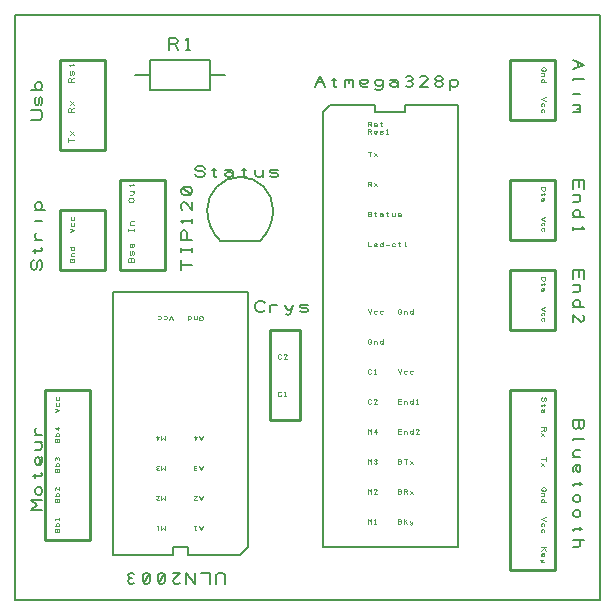
<source format=gbr>
%FSLAX35Y35*%
%MOIN*%
G04 EasyPC Gerber Version 18.0.8 Build 3632 *
%ADD10C,0.00100*%
%ADD11C,0.00500*%
%ADD12C,0.01000*%
X0Y0D02*
D02*
D10*
X14046Y23546D02*
X14171Y23796D01*
X14421Y23921*
X14671Y23796*
X14796Y23546*
Y22671*
X13296*
Y23546*
X13421Y23796*
X13671Y23921*
X13921Y23796*
X14046Y23546*
Y22671*
X14421Y24671D02*
X14671Y24796D01*
X14796Y25046*
Y25296*
X14671Y25546*
X14421Y25671*
X14171*
X13921Y25546*
X13796Y25296*
Y25046*
X13921Y24796*
X14171Y24671*
X14796D02*
X13296D01*
X14796Y26921D02*
Y27421D01*
Y27171D02*
X13296D01*
X13546Y26921*
X14046Y33546D02*
X14171Y33796D01*
X14421Y33921*
X14671Y33796*
X14796Y33546*
Y32671*
X13296*
Y33546*
X13421Y33796*
X13671Y33921*
X13921Y33796*
X14046Y33546*
Y32671*
X14421Y34671D02*
X14671Y34796D01*
X14796Y35046*
Y35296*
X14671Y35546*
X14421Y35671*
X14171*
X13921Y35546*
X13796Y35296*
Y35046*
X13921Y34796*
X14171Y34671*
X14796D02*
X13296D01*
X14796Y37671D02*
Y36671D01*
X13921Y37546*
X13671Y37671*
X13421Y37546*
X13296Y37296*
Y36921*
X13421Y36671*
X14046Y43546D02*
X14171Y43796D01*
X14421Y43921*
X14671Y43796*
X14796Y43546*
Y42671*
X13296*
Y43546*
X13421Y43796*
X13671Y43921*
X13921Y43796*
X14046Y43546*
Y42671*
X14421Y44671D02*
X14671Y44796D01*
X14796Y45046*
Y45296*
X14671Y45546*
X14421Y45671*
X14171*
X13921Y45546*
X13796Y45296*
Y45046*
X13921Y44796*
X14171Y44671*
X14796D02*
X13296D01*
X14671Y46796D02*
X14796Y47046D01*
Y47296*
X14671Y47546*
X14421Y47671*
X14171Y47546*
X14046Y47296*
Y47046*
Y47296D02*
X13921Y47546D01*
X13671Y47671*
X13421Y47546*
X13296Y47296*
Y47046*
X13421Y46796*
X14046Y53546D02*
X14171Y53796D01*
X14421Y53921*
X14671Y53796*
X14796Y53546*
Y52671*
X13296*
Y53546*
X13421Y53796*
X13671Y53921*
X13921Y53796*
X14046Y53546*
Y52671*
X14421Y54671D02*
X14671Y54796D01*
X14796Y55046*
Y55296*
X14671Y55546*
X14421Y55671*
X14171*
X13921Y55546*
X13796Y55296*
Y55046*
X13921Y54796*
X14171Y54671*
X14796D02*
X13296D01*
X14796Y57296D02*
X13296D01*
X14296Y56671*
Y57671*
X13296Y62671D02*
X14796Y63296D01*
X13296Y63921*
X13921Y65671D02*
X13796Y65421D01*
Y65046*
X13921Y64796*
X14171Y64671*
X14421*
X14671Y64796*
X14796Y65046*
Y65421*
X14671Y65671*
X13921Y67671D02*
X13796Y67421D01*
Y67046*
X13921Y66796*
X14171Y66671*
X14421*
X14671Y66796*
X14796Y67046*
Y67421*
X14671Y67671*
X19171Y113546D02*
Y113921D01*
X19296*
X19546Y113796*
X19671Y113671*
X19796Y113421*
Y113171*
X19671Y112921*
X19546Y112796*
X19296Y112671*
X18796*
X18546Y112796*
X18421Y112921*
X18296Y113171*
Y113421*
X18421Y113671*
X18546Y113796*
X18796Y113921*
X19796Y114671D02*
X18796D01*
X19171D02*
X18921Y114796D01*
X18796Y115046*
Y115296*
X18921Y115546*
X19171Y115671*
X19796*
X19171Y117671D02*
X18921Y117546D01*
X18796Y117296*
Y117046*
X18921Y116796*
X19171Y116671*
X19421*
X19671Y116796*
X19796Y117046*
Y117296*
X19671Y117546*
X19421Y117671*
X19796D02*
X18296D01*
Y122671D02*
X19796Y123296D01*
X18296Y123921*
X18921Y125671D02*
X18796Y125421D01*
Y125046*
X18921Y124796*
X19171Y124671*
X19421*
X19671Y124796*
X19796Y125046*
Y125421*
X19671Y125671*
X18921Y127671D02*
X18796Y127421D01*
Y127046*
X18921Y126796*
X19171Y126671*
X19421*
X19671Y126796*
X19796Y127046*
Y127421*
X19671Y127671*
X19702Y153452D02*
X17828D01*
Y152671D02*
Y154234D01*
X19702Y155171D02*
X18452Y156421D01*
X19702D02*
X18452Y155171D01*
X19702Y162671D02*
X17828D01*
Y163765*
X17984Y164078*
X18296Y164234*
X18609Y164078*
X18765Y163765*
Y162671*
Y163765D02*
X19702Y164234D01*
Y165171D02*
X18452Y166421D01*
X19702D02*
X18452Y165171D01*
X19702Y172671D02*
X17828D01*
Y173765*
X17984Y174078*
X18296Y174234*
X18609Y174078*
X18765Y173765*
Y172671*
Y173765D02*
X19702Y174234D01*
X19546Y175171D02*
X19702Y175484D01*
Y176109*
X19546Y176421*
X19234*
X19078Y176109*
Y175484*
X18921Y175171*
X18609*
X18452Y175484*
Y176109*
X18609Y176421*
X18452Y177984D02*
Y178609D01*
X18140Y178296D02*
X19546D01*
X19702Y178452*
Y178609*
X19546Y178765*
X38765Y113765D02*
X38921Y114078D01*
X39234Y114234*
X39546Y114078*
X39702Y113765*
Y112671*
X37828*
Y113765*
X37984Y114078*
X38296Y114234*
X38609Y114078*
X38765Y113765*
Y112671*
X39546Y115171D02*
X39702Y115484D01*
Y116109*
X39546Y116421*
X39234*
X39078Y116109*
Y115484*
X38921Y115171*
X38609*
X38452Y115484*
Y116109*
X38609Y116421*
X39546Y118921D02*
X39702Y118765D01*
Y118452*
Y118140*
X39546Y117828*
X39234Y117671*
X38765*
X38609Y117828*
X38452Y118140*
Y118452*
X38609Y118765*
X38765Y118921*
X38921*
X39078Y118765*
X39234Y118452*
Y118140*
X39078Y117828*
X38921Y117671*
X39702Y123140D02*
Y123765D01*
Y123452D02*
X37828D01*
Y123140D02*
Y123765D01*
X39702Y125171D02*
X38452D01*
X38921D02*
X38609Y125328D01*
X38452Y125640*
Y125952*
X38609Y126265*
X38921Y126421*
X39702*
X39078Y132671D02*
X38452D01*
X38140Y132828*
X37984Y132984*
X37828Y133296*
Y133609*
X37984Y133921*
X38140Y134078*
X38452Y134234*
X39078*
X39390Y134078*
X39546Y133921*
X39702Y133609*
Y133296*
X39546Y132984*
X39390Y132828*
X39078Y132671*
X38452Y135171D02*
X39234D01*
X39546Y135328*
X39702Y135640*
Y135952*
X39546Y136265*
X39234Y136421*
X38452D02*
X39702D01*
X38452Y137984D02*
Y138609D01*
X38140Y138296D02*
X39546D01*
X39702Y138452*
Y138609*
X39546Y138765*
X50171Y24796D02*
Y23296D01*
X49546Y24046*
X48921Y23296*
Y24796*
X47921D02*
X47421D01*
X47671D02*
Y23296D01*
X47921Y23546*
X50171Y34796D02*
Y33296D01*
X49546Y34046*
X48921Y33296*
Y34796*
X47171D02*
X48171D01*
X47296Y33921*
X47171Y33671*
X47296Y33421*
X47546Y33296*
X47921*
X48171Y33421*
X50171Y44796D02*
Y43296D01*
X49546Y44046*
X48921Y43296*
Y44796*
X48046Y44671D02*
X47796Y44796D01*
X47546*
X47296Y44671*
X47171Y44421*
X47296Y44171*
X47546Y44046*
X47796*
X47546D02*
X47296Y43921D01*
X47171Y43671*
X47296Y43421*
X47546Y43296*
X47796*
X48046Y43421*
X50171Y54796D02*
Y53296D01*
X49546Y54046*
X48921Y53296*
Y54796*
X47546D02*
Y53296D01*
X48171Y54296*
X47171*
X52671Y93296D02*
X52046Y94796D01*
X51421Y93296*
X49671Y93921D02*
X49921Y93796D01*
X50296*
X50546Y93921*
X50671Y94171*
Y94421*
X50546Y94671*
X50296Y94796*
X49921*
X49671Y94671*
X47671Y93921D02*
X47921Y93796D01*
X48296*
X48546Y93921*
X48671Y94171*
Y94421*
X48546Y94671*
X48296Y94796*
X47921*
X47671Y94671*
X62671Y24796D02*
X62046Y23296D01*
X61421Y24796*
X62421Y24171D02*
X61671D01*
X60421Y24796D02*
X59921D01*
X60171D02*
Y23296D01*
X60421Y23546*
X62671Y34796D02*
X62046Y33296D01*
X61421Y34796*
X62421Y34171D02*
X61671D01*
X59671Y34796D02*
X60671D01*
X59796Y33921*
X59671Y33671*
X59796Y33421*
X60046Y33296*
X60421*
X60671Y33421*
X62671Y44796D02*
X62046Y43296D01*
X61421Y44796*
X62421Y44171D02*
X61671D01*
X60546Y44671D02*
X60296Y44796D01*
X60046*
X59796Y44671*
X59671Y44421*
X59796Y44171*
X60046Y44046*
X60296*
X60046D02*
X59796Y43921D01*
X59671Y43671*
X59796Y43421*
X60046Y43296*
X60296*
X60546Y43421*
X62671Y54796D02*
X62046Y53296D01*
X61421Y54796*
X62421Y54171D02*
X61671D01*
X60046Y54796D02*
Y53296D01*
X60671Y54296*
X59671*
X61796Y94171D02*
X61421D01*
Y94296*
X61546Y94546*
X61671Y94671*
X61921Y94796*
X62171*
X62421Y94671*
X62546Y94546*
X62671Y94296*
Y93796*
X62546Y93546*
X62421Y93421*
X62171Y93296*
X61921*
X61671Y93421*
X61546Y93546*
X61421Y93796*
X60671Y94796D02*
Y93796D01*
Y94171D02*
X60546Y93921D01*
X60296Y93796*
X60046*
X59796Y93921*
X59671Y94171*
Y94796*
X57671Y94171D02*
X57796Y93921D01*
X58046Y93796*
X58296*
X58546Y93921*
X58671Y94171*
Y94421*
X58546Y94671*
X58296Y94796*
X58046*
X57796Y94671*
X57671Y94421*
Y94796D02*
Y93296D01*
X88921Y68296D02*
X88796Y68171D01*
X88546Y68046*
X88171*
X87921Y68171*
X87796Y68296*
X87671Y68546*
Y69046*
X87796Y69296*
X87921Y69421*
X88171Y69546*
X88546*
X88796Y69421*
X88921Y69296*
X89921Y68046D02*
X90421D01*
X90171D02*
Y69546D01*
X89921Y69296*
X88921Y80796D02*
X88796Y80671D01*
X88546Y80546*
X88171*
X87921Y80671*
X87796Y80796*
X87671Y81046*
Y81546*
X87796Y81796*
X87921Y81921*
X88171Y82046*
X88546*
X88796Y81921*
X88921Y81796*
X90671Y80546D02*
X89671D01*
X90546Y81421*
X90671Y81671*
X90546Y81921*
X90296Y82046*
X89921*
X89671Y81921*
X117671Y25546D02*
Y27046D01*
X118296Y26296*
X118921Y27046*
Y25546*
X119921D02*
X120421D01*
X120171D02*
Y27046D01*
X119921Y26796*
X117671Y35546D02*
Y37046D01*
X118296Y36296*
X118921Y37046*
Y35546*
X120671D02*
X119671D01*
X120546Y36421*
X120671Y36671*
X120546Y36921*
X120296Y37046*
X119921*
X119671Y36921*
X117671Y45546D02*
Y47046D01*
X118296Y46296*
X118921Y47046*
Y45546*
X119796Y45671D02*
X120046Y45546D01*
X120296*
X120546Y45671*
X120671Y45921*
X120546Y46171*
X120296Y46296*
X120046*
X120296D02*
X120546Y46421D01*
X120671Y46671*
X120546Y46921*
X120296Y47046*
X120046*
X119796Y46921*
X117671Y55546D02*
Y57046D01*
X118296Y56296*
X118921Y57046*
Y55546*
X120296D02*
Y57046D01*
X119671Y56046*
X120671*
X118921Y65796D02*
X118796Y65671D01*
X118546Y65546*
X118171*
X117921Y65671*
X117796Y65796*
X117671Y66046*
Y66546*
X117796Y66796*
X117921Y66921*
X118171Y67046*
X118546*
X118796Y66921*
X118921Y66796*
X120671Y65546D02*
X119671D01*
X120546Y66421*
X120671Y66671*
X120546Y66921*
X120296Y67046*
X119921*
X119671Y66921*
X118921Y75796D02*
X118796Y75671D01*
X118546Y75546*
X118171*
X117921Y75671*
X117796Y75796*
X117671Y76046*
Y76546*
X117796Y76796*
X117921Y76921*
X118171Y77046*
X118546*
X118796Y76921*
X118921Y76796*
X119921Y75546D02*
X120421D01*
X120171D02*
Y77046D01*
X119921Y76796*
X118546Y86171D02*
X118921D01*
Y86046*
X118796Y85796*
X118671Y85671*
X118421Y85546*
X118171*
X117921Y85671*
X117796Y85796*
X117671Y86046*
Y86546*
X117796Y86796*
X117921Y86921*
X118171Y87046*
X118421*
X118671Y86921*
X118796Y86796*
X118921Y86546*
X119671Y85546D02*
Y86546D01*
Y86171D02*
X119796Y86421D01*
X120046Y86546*
X120296*
X120546Y86421*
X120671Y86171*
Y85546*
X122671Y86171D02*
X122546Y86421D01*
X122296Y86546*
X122046*
X121796Y86421*
X121671Y86171*
Y85921*
X121796Y85671*
X122046Y85546*
X122296*
X122546Y85671*
X122671Y85921*
Y85546D02*
Y87046D01*
X117671Y97046D02*
X118296Y95546D01*
X118921Y97046*
X120671Y96421D02*
X120421Y96546D01*
X120046*
X119796Y96421*
X119671Y96171*
Y95921*
X119796Y95671*
X120046Y95546*
X120421*
X120671Y95671*
X122671Y96421D02*
X122421Y96546D01*
X122046*
X121796Y96421*
X121671Y96171*
Y95921*
X121796Y95671*
X122046Y95546*
X122421*
X122671Y95671*
X117671Y119546D02*
Y118046D01*
X118921*
X120671Y118171D02*
X120546Y118046D01*
X120296*
X120046*
X119796Y118171*
X119671Y118421*
Y118796*
X119796Y118921*
X120046Y119046*
X120296*
X120546Y118921*
X120671Y118796*
Y118671*
X120546Y118546*
X120296Y118421*
X120046*
X119796Y118546*
X119671Y118671*
X122671D02*
X122546Y118921D01*
X122296Y119046*
X122046*
X121796Y118921*
X121671Y118671*
Y118421*
X121796Y118171*
X122046Y118046*
X122296*
X122546Y118171*
X122671Y118421*
Y118046D02*
Y119546D01*
X123671Y118546D02*
X124671D01*
X126671Y118921D02*
X126421Y119046D01*
X126046*
X125796Y118921*
X125671Y118671*
Y118421*
X125796Y118171*
X126046Y118046*
X126421*
X126671Y118171*
X127921Y119046D02*
X128421D01*
X128171Y119296D02*
Y118171D01*
X128296Y118046*
X128421*
X128546Y118171*
X130296Y118046D02*
X130171D01*
Y119546*
X117671Y128421D02*
X117796Y128171D01*
X118046Y128046*
X118546*
X118796Y128171*
X118921Y128421*
X118796Y128671*
X118546Y128796*
X118046*
X117796Y128921*
X117671Y129171*
X117796Y129421*
X118046Y129546*
X118546*
X118796Y129421*
X118921Y129171*
X119921Y129046D02*
X120421D01*
X120171Y129296D02*
Y128171D01*
X120296Y128046*
X120421*
X120546Y128171*
X121671Y128921D02*
X121921Y129046D01*
X122296*
X122546Y128921*
X122671Y128671*
Y128296*
X122546Y128171*
X122296Y128046*
X122046*
X121796Y128171*
X121671Y128296*
Y128421*
X121796Y128546*
X122046Y128671*
X122296*
X122546Y128546*
X122671Y128421*
Y128296D02*
Y128046D01*
X123921Y129046D02*
X124421D01*
X124171Y129296D02*
Y128171D01*
X124296Y128046*
X124421*
X124546Y128171*
X125671Y129046D02*
Y128421D01*
X125796Y128171*
X126046Y128046*
X126296*
X126546Y128171*
X126671Y128421*
Y129046D02*
Y128046D01*
X127671Y128171D02*
X127921Y128046D01*
X128421*
X128671Y128171*
Y128421*
X128421Y128546*
X127921*
X127671Y128671*
Y128921*
X127921Y129046*
X128421*
X128671Y128921*
X117671Y138046D02*
Y139546D01*
X118546*
X118796Y139421*
X118921Y139171*
X118796Y138921*
X118546Y138796*
X117671*
X118546D02*
X118921Y138046D01*
X119671D02*
X120671Y139046D01*
Y138046D02*
X119671Y139046D01*
X118296Y148046D02*
Y149546D01*
X117671D02*
X118921D01*
X119671Y148046D02*
X120671Y149046D01*
Y148046D02*
X119671Y149046D01*
X117671Y155546D02*
Y157046D01*
X118546*
X118796Y156921*
X118921Y156671*
X118796Y156421*
X118546Y156296*
X117671*
X118546D02*
X118921Y155546D01*
X120671Y155671D02*
X120546Y155546D01*
X120296*
X120046*
X119796Y155671*
X119671Y155921*
Y156296*
X119796Y156421*
X120046Y156546*
X120296*
X120546Y156421*
X120671Y156296*
Y156171*
X120546Y156046*
X120296Y155921*
X120046*
X119796Y156046*
X119671Y156171*
X121671Y155671D02*
X121921Y155546D01*
X122421*
X122671Y155671*
Y155921*
X122421Y156046*
X121921*
X121671Y156171*
Y156421*
X121921Y156546*
X122421*
X122671Y156421*
X123921Y155546D02*
X124421D01*
X124171D02*
Y157046D01*
X123921Y156796*
X117671Y158046D02*
Y159546D01*
X118546*
X118796Y159421*
X118921Y159171*
X118796Y158921*
X118546Y158796*
X117671*
X118546D02*
X118921Y158046D01*
X119671Y158171D02*
X119921Y158046D01*
X120421*
X120671Y158171*
Y158421*
X120421Y158546*
X119921*
X119671Y158671*
Y158921*
X119921Y159046*
X120421*
X120671Y158921*
X121921Y159046D02*
X122421D01*
X122171Y159296D02*
Y158171D01*
X122296Y158046*
X122421*
X122546Y158171*
X128546Y26296D02*
X128796Y26171D01*
X128921Y25921*
X128796Y25671*
X128546Y25546*
X127671*
Y27046*
X128546*
X128796Y26921*
X128921Y26671*
X128796Y26421*
X128546Y26296*
X127671*
X129671Y25546D02*
Y27046D01*
Y26296D02*
X130046D01*
X130921Y27046*
X130046Y26296D02*
X130921Y25546D01*
X131671Y26546D02*
X131796Y26046D01*
X132046Y25796*
X132296*
X132546Y26046*
X132671Y26546*
X132546Y26046D02*
X132421Y25546D01*
X132296Y25296*
X132046Y25171*
X131796Y25296*
X128546Y36296D02*
X128796Y36171D01*
X128921Y35921*
X128796Y35671*
X128546Y35546*
X127671*
Y37046*
X128546*
X128796Y36921*
X128921Y36671*
X128796Y36421*
X128546Y36296*
X127671*
X129671Y35546D02*
Y37046D01*
X130546*
X130796Y36921*
X130921Y36671*
X130796Y36421*
X130546Y36296*
X129671*
X130546D02*
X130921Y35546D01*
X131671D02*
X132671Y36546D01*
Y35546D02*
X131671Y36546D01*
X128546Y46296D02*
X128796Y46171D01*
X128921Y45921*
X128796Y45671*
X128546Y45546*
X127671*
Y47046*
X128546*
X128796Y46921*
X128921Y46671*
X128796Y46421*
X128546Y46296*
X127671*
X130296Y45546D02*
Y47046D01*
X129671D02*
X130921D01*
X131671Y45546D02*
X132671Y46546D01*
Y45546D02*
X131671Y46546D01*
X127671Y55546D02*
Y57046D01*
X128921*
X128671Y56296D02*
X127671D01*
Y55546D02*
X128921D01*
X129671D02*
Y56546D01*
Y56171D02*
X129796Y56421D01*
X130046Y56546*
X130296*
X130546Y56421*
X130671Y56171*
Y55546*
X132671Y56171D02*
X132546Y56421D01*
X132296Y56546*
X132046*
X131796Y56421*
X131671Y56171*
Y55921*
X131796Y55671*
X132046Y55546*
X132296*
X132546Y55671*
X132671Y55921*
Y55546D02*
Y57046D01*
X134671Y55546D02*
X133671D01*
X134546Y56421*
X134671Y56671*
X134546Y56921*
X134296Y57046*
X133921*
X133671Y56921*
X127671Y65546D02*
Y67046D01*
X128921*
X128671Y66296D02*
X127671D01*
Y65546D02*
X128921D01*
X129671D02*
Y66546D01*
Y66171D02*
X129796Y66421D01*
X130046Y66546*
X130296*
X130546Y66421*
X130671Y66171*
Y65546*
X132671Y66171D02*
X132546Y66421D01*
X132296Y66546*
X132046*
X131796Y66421*
X131671Y66171*
Y65921*
X131796Y65671*
X132046Y65546*
X132296*
X132546Y65671*
X132671Y65921*
Y65546D02*
Y67046D01*
X133921Y65546D02*
X134421D01*
X134171D02*
Y67046D01*
X133921Y66796*
X127671Y77046D02*
X128296Y75546D01*
X128921Y77046*
X130671Y76421D02*
X130421Y76546D01*
X130046*
X129796Y76421*
X129671Y76171*
Y75921*
X129796Y75671*
X130046Y75546*
X130421*
X130671Y75671*
X132671Y76421D02*
X132421Y76546D01*
X132046*
X131796Y76421*
X131671Y76171*
Y75921*
X131796Y75671*
X132046Y75546*
X132421*
X132671Y75671*
X128546Y96171D02*
X128921D01*
Y96046*
X128796Y95796*
X128671Y95671*
X128421Y95546*
X128171*
X127921Y95671*
X127796Y95796*
X127671Y96046*
Y96546*
X127796Y96796*
X127921Y96921*
X128171Y97046*
X128421*
X128671Y96921*
X128796Y96796*
X128921Y96546*
X129671Y95546D02*
Y96546D01*
Y96171D02*
X129796Y96421D01*
X130046Y96546*
X130296*
X130546Y96421*
X130671Y96171*
Y95546*
X132671Y96171D02*
X132546Y96421D01*
X132296Y96546*
X132046*
X131796Y96421*
X131671Y96171*
Y95921*
X131796Y95671*
X132046Y95546*
X132296*
X132546Y95671*
X132671Y95921*
Y95546D02*
Y97046D01*
X175546Y17671D02*
X177046D01*
X176296D02*
Y17296D01*
X177046Y16421*
X176296Y17296D02*
X175546Y16421D01*
X175671Y14671D02*
X175546Y14796D01*
Y15046*
Y15296*
X175671Y15546*
X175921Y15671*
X176296*
X176421Y15546*
X176546Y15296*
Y15046*
X176421Y14796*
X176296Y14671*
X176171*
X176046Y14796*
X175921Y15046*
Y15296*
X176046Y15546*
X176171Y15671*
X176546Y13671D02*
X176046Y13546D01*
X175796Y13296*
Y13046*
X176046Y12796*
X176546Y12671*
X176046Y12796D02*
X175546Y12921D01*
X175296Y13046*
X175171Y13296*
X175296Y13546*
X177046Y27671D02*
X175546Y27046D01*
X177046Y26421*
X176421Y24671D02*
X176546Y24921D01*
Y25296*
X176421Y25546*
X176171Y25671*
X175921*
X175671Y25546*
X175546Y25296*
Y24921*
X175671Y24671*
X176421Y22671D02*
X176546Y22921D01*
Y23296*
X176421Y23546*
X176171Y23671*
X175921*
X175671Y23546*
X175546Y23296*
Y22921*
X175671Y22671*
X176171Y36796D02*
Y36421D01*
X176046*
X175796Y36546*
X175671Y36671*
X175546Y36921*
Y37171*
X175671Y37421*
X175796Y37546*
X176046Y37671*
X176546*
X176796Y37546*
X176921Y37421*
X177046Y37171*
Y36921*
X176921Y36671*
X176796Y36546*
X176546Y36421*
X175546Y35671D02*
X176546D01*
X176171D02*
X176421Y35546D01*
X176546Y35296*
Y35046*
X176421Y34796*
X176171Y34671*
X175546*
X176171Y32671D02*
X176421Y32796D01*
X176546Y33046*
Y33296*
X176421Y33546*
X176171Y33671*
X175921*
X175671Y33546*
X175546Y33296*
Y33046*
X175671Y32796*
X175921Y32671*
X175546D02*
X177046D01*
X175546Y47046D02*
X177046D01*
Y47671D02*
Y46421D01*
X175546Y45671D02*
X176546Y44671D01*
X175546D02*
X176546Y45671D01*
X175546Y57671D02*
X177046D01*
Y56796*
X176921Y56546*
X176671Y56421*
X176421Y56546*
X176296Y56796*
Y57671*
Y56796D02*
X175546Y56421D01*
Y55671D02*
X176546Y54671D01*
X175546D02*
X176546Y55671D01*
X175921Y67671D02*
X175671Y67546D01*
X175546Y67296*
Y66796*
X175671Y66546*
X175921Y66421*
X176171Y66546*
X176296Y66796*
Y67296*
X176421Y67546*
X176671Y67671*
X176921Y67546*
X177046Y67296*
Y66796*
X176921Y66546*
X176671Y66421*
X176546Y65421D02*
Y64921D01*
X176796Y65171D02*
X175671D01*
X175546Y65046*
Y64921*
X175671Y64796*
X176421Y63671D02*
X176546Y63421D01*
Y63046*
X176421Y62796*
X176171Y62671*
X175796*
X175671Y62796*
X175546Y63046*
Y63296*
X175671Y63546*
X175796Y63671*
X175921*
X176046Y63546*
X176171Y63296*
Y63046*
X176046Y62796*
X175921Y62671*
X175796D02*
X175546D01*
X176859Y97671D02*
X175509Y97109D01*
X176859Y96546*
X176296Y94971D02*
X176409Y95196D01*
Y95534*
X176296Y95759*
X176071Y95871*
X175846*
X175621Y95759*
X175509Y95534*
Y95196*
X175621Y94971*
X176296Y93171D02*
X176409Y93396D01*
Y93734*
X176296Y93959*
X176071Y94071*
X175846*
X175621Y93959*
X175509Y93734*
Y93396*
X175621Y93171*
X175509Y107671D02*
X176859D01*
Y106996*
X176746Y106771*
X176634Y106659*
X176409Y106546*
X175959*
X175734Y106659*
X175621Y106771*
X175509Y106996*
Y107671*
X176409Y105646D02*
Y105196D01*
X176634Y105421D02*
X175621D01*
X175509Y105309*
Y105196*
X175621Y105084*
X176296Y104071D02*
X176409Y103846D01*
Y103509*
X176296Y103284*
X176071Y103171*
X175734*
X175621Y103284*
X175509Y103509*
Y103734*
X175621Y103959*
X175734Y104071*
X175846*
X175959Y103959*
X176071Y103734*
Y103509*
X175959Y103284*
X175846Y103171*
X175734D02*
X175509D01*
X176859Y127671D02*
X175509Y127109D01*
X176859Y126546*
X176296Y124971D02*
X176409Y125196D01*
Y125534*
X176296Y125759*
X176071Y125871*
X175846*
X175621Y125759*
X175509Y125534*
Y125196*
X175621Y124971*
X176296Y123171D02*
X176409Y123396D01*
Y123734*
X176296Y123959*
X176071Y124071*
X175846*
X175621Y123959*
X175509Y123734*
Y123396*
X175621Y123171*
X175509Y137671D02*
X176859D01*
Y136996*
X176746Y136771*
X176634Y136659*
X176409Y136546*
X175959*
X175734Y136659*
X175621Y136771*
X175509Y136996*
Y137671*
X176409Y135646D02*
Y135196D01*
X176634Y135421D02*
X175621D01*
X175509Y135309*
Y135196*
X175621Y135084*
X176296Y134071D02*
X176409Y133846D01*
Y133509*
X176296Y133284*
X176071Y133171*
X175734*
X175621Y133284*
X175509Y133509*
Y133734*
X175621Y133959*
X175734Y134071*
X175846*
X175959Y133959*
X176071Y133734*
Y133509*
X175959Y133284*
X175846Y133171*
X175734D02*
X175509D01*
X177046Y167671D02*
X175546Y167046D01*
X177046Y166421*
X176421Y164671D02*
X176546Y164921D01*
Y165296*
X176421Y165546*
X176171Y165671*
X175921*
X175671Y165546*
X175546Y165296*
Y164921*
X175671Y164671*
X176421Y162671D02*
X176546Y162921D01*
Y163296*
X176421Y163546*
X176171Y163671*
X175921*
X175671Y163546*
X175546Y163296*
Y162921*
X175671Y162671*
X176171Y176796D02*
Y176421D01*
X176046*
X175796Y176546*
X175671Y176671*
X175546Y176921*
Y177171*
X175671Y177421*
X175796Y177546*
X176046Y177671*
X176546*
X176796Y177546*
X176921Y177421*
X177046Y177171*
Y176921*
X176921Y176671*
X176796Y176546*
X176546Y176421*
X175546Y175671D02*
X176546D01*
X176171D02*
X176421Y175546D01*
X176546Y175296*
Y175046*
X176421Y174796*
X176171Y174671*
X175546*
X176171Y172671D02*
X176421Y172796D01*
X176546Y173046*
Y173296*
X176421Y173546*
X176171Y173671*
X175921*
X175671Y173546*
X175546Y173296*
Y173046*
X175671Y172796*
X175921Y172671*
X175546D02*
X177046D01*
D02*
D11*
X250Y250D02*
X195171D01*
Y195171*
X250*
Y250*
X9234Y30171D02*
X5484D01*
X7359Y31734*
X5484Y33296*
X9234*
X8296Y35171D02*
X8921Y35484D01*
X9234Y36109*
Y36734*
X8921Y37359*
X8296Y37671*
X7671*
X7046Y37359*
X6734Y36734*
Y36109*
X7046Y35484*
X7671Y35171*
X8296*
X6734Y40796D02*
Y42046D01*
X6109Y41421D02*
X8921D01*
X9234Y41734*
Y42046*
X8921Y42359*
Y47671D02*
X9234Y47359D01*
Y46734*
Y46109*
X8921Y45484*
X8296Y45171*
X7359*
X7046Y45484*
X6734Y46109*
Y46734*
X7046Y47359*
X7359Y47671*
X7671*
X7984Y47359*
X8296Y46734*
Y46109*
X7984Y45484*
X7671Y45171*
X6734Y50171D02*
X8296D01*
X8921Y50484*
X9234Y51109*
Y51734*
X8921Y52359*
X8296Y52671*
X6734D02*
X9234D01*
Y55171D02*
X6734D01*
X7671D02*
X7046Y55484D01*
X6734Y56109*
Y56734*
X7046Y57359*
X8296Y110171D02*
X8921Y110484D01*
X9234Y111109*
Y112359*
X8921Y112984*
X8296Y113296*
X7671Y112984*
X7359Y112359*
Y111109*
X7046Y110484*
X6421Y110171*
X5796Y110484*
X5484Y111109*
Y112359*
X5796Y112984*
X6421Y113296*
X6734Y115796D02*
Y117046D01*
X6109Y116421D02*
X8921D01*
X9234Y116734*
Y117046*
X8921Y117359*
X9234Y120171D02*
X6734D01*
X7671D02*
X7046Y120484D01*
X6734Y121109*
Y121734*
X7046Y122359*
X9234Y126421D02*
X6734D01*
X5796D02*
X6734Y130171*
X10171D01*
X8296D02*
X8921Y130484D01*
X9234Y131109*
Y131734*
X8921Y132359*
X8296Y132671*
X7671*
X7046Y132359*
X6734Y131734*
Y131109*
X7046Y130484*
X7671Y130171*
X8296*
X5484Y160171D02*
X8296D01*
X8921Y160484*
X9234Y161109*
Y162359*
X8921Y162984*
X8296Y163296*
X5484*
X8921Y165171D02*
X9234Y165796D01*
Y167046*
X8921Y167671*
X8296*
X7984Y167046*
Y165796*
X7671Y165171*
X7046*
X6734Y165796*
Y167046*
X7046Y167671*
X8296Y170171D02*
X8921Y170484D01*
X9234Y171109*
Y171734*
X8921Y172359*
X8296Y172671*
X7671*
X7046Y172359*
X6734Y171734*
Y171109*
X7046Y170484*
X7671Y170171*
X9234D02*
X5484D01*
X40171Y175171D02*
X45171D01*
Y170171D02*
Y180171D01*
X65171*
Y170171*
X45171*
X51421Y183609D02*
Y187359D01*
X53609*
X54234Y187046*
X54546Y186421*
X54234Y185796*
X53609Y185484*
X51421*
X53609D02*
X54546Y183609D01*
X57046D02*
X58296D01*
X57671D02*
Y187359D01*
X57046Y186734*
X59234Y111734D02*
X55484D01*
Y110171D02*
Y113296D01*
X59234Y116109D02*
Y117359D01*
Y116734D02*
X55484D01*
Y116109D02*
Y117359D01*
X59234Y120171D02*
X55484D01*
Y122359*
X55796Y122984*
X56421Y123296*
X57046Y122984*
X57359Y122359*
Y120171*
X59234Y125796D02*
Y127046D01*
Y126421D02*
X55484D01*
X56109Y125796*
X59234Y132671D02*
Y130171D01*
X57046Y132359*
X56421Y132671*
X55796Y132359*
X55484Y131734*
Y130796*
X55796Y130171*
X58921Y135484D02*
X59234Y136109D01*
Y136734*
X58921Y137359*
X58296Y137671*
X56421*
X55796Y137359*
X55484Y136734*
Y136109*
X55796Y135484*
X56421Y135171*
X58296*
X58921Y135484*
X55796Y137359*
X60171Y142046D02*
X60484Y141421D01*
X61109Y141109*
X62359*
X62984Y141421*
X63296Y142046*
X62984Y142671*
X62359Y142984*
X61109*
X60484Y143296*
X60171Y143921*
X60484Y144546*
X61109Y144859*
X62359*
X62984Y144546*
X63296Y143921*
X65796Y143609D02*
X67046D01*
X66421Y144234D02*
Y141421D01*
X66734Y141109*
X67046*
X67359Y141421*
X70171Y143296D02*
X70796Y143609D01*
X71734*
X72359Y143296*
X72671Y142671*
Y141734*
X72359Y141421*
X71734Y141109*
X71109*
X70484Y141421*
X70171Y141734*
Y142046*
X70484Y142359*
X71109Y142671*
X71734*
X72359Y142359*
X72671Y142046*
Y141734D02*
Y141109D01*
X75796Y143609D02*
X77046D01*
X76421Y144234D02*
Y141421D01*
X76734Y141109*
X77046*
X77359Y141421*
X80171Y143609D02*
Y142046D01*
X80484Y141421*
X81109Y141109*
X81734*
X82359Y141421*
X82671Y142046*
Y143609D02*
Y141109D01*
X85171Y141421D02*
X85796Y141109D01*
X87046*
X87671Y141421*
Y142046*
X87046Y142359*
X85796*
X85171Y142671*
Y143296*
X85796Y143609*
X87046*
X87671Y143296*
X65171Y175171D02*
X70171D01*
Y5484D02*
Y8296D01*
X69859Y8921*
X69234Y9234*
X67984*
X67359Y8921*
X67046Y8296*
Y5484*
X65171D02*
Y9234D01*
X62046*
X60171D02*
Y5484D01*
X57046Y9234*
Y5484*
X52671Y9234D02*
X55171D01*
X52984Y7046*
X52671Y6421*
X52984Y5796*
X53609Y5484*
X54546*
X55171Y5796*
X49859Y8921D02*
X49234Y9234D01*
X48609*
X47984Y8921*
X47671Y8296*
Y6421*
X47984Y5796*
X48609Y5484*
X49234*
X49859Y5796*
X50171Y6421*
Y8296*
X49859Y8921*
X47984Y5796*
X44859Y8921D02*
X44234Y9234D01*
X43609*
X42984Y8921*
X42671Y8296*
Y6421*
X42984Y5796*
X43609Y5484*
X44234*
X44859Y5796*
X45171Y6421*
Y8296*
X44859Y8921*
X42984Y5796*
X39859Y8921D02*
X39234Y9234D01*
X38609*
X37984Y8921*
X37671Y8296*
X37984Y7671*
X38609Y7359*
X39234*
X38609D02*
X37984Y7046D01*
X37671Y6421*
X37984Y5796*
X38609Y5484*
X39234*
X39859Y5796*
X77671Y102671D02*
Y17671D01*
X75171Y15171*
X57671*
Y17671*
X52671*
Y15171*
X32671*
Y102671*
X77671*
X83296Y96734D02*
X82984Y96421D01*
X82359Y96109*
X81421*
X80796Y96421*
X80484Y96734*
X80171Y97359*
Y98609*
X80484Y99234*
X80796Y99546*
X81421Y99859*
X82359*
X82984Y99546*
X83296Y99234*
X85171Y96109D02*
Y98609D01*
Y97671D02*
X85484Y98296D01*
X86109Y98609*
X86734*
X87359Y98296*
X90171Y98609D02*
X90484Y97359D01*
X91109Y96734*
X91734*
X92359Y97359*
X92671Y98609*
X92359Y97359D02*
X92046Y96109D01*
X91734Y95484*
X91109Y95171*
X90484Y95484*
X95171Y96421D02*
X95796Y96109D01*
X97046*
X97671Y96421*
Y97046*
X97046Y97359*
X95796*
X95171Y97671*
Y98296*
X95796Y98609*
X97046*
X97671Y98296*
X86171Y130171D02*
G75*
G03X75171Y141171I-11000D01*
G01*
G75*
G03X64171Y130171J-11000*
G01*
G75*
G03X68471Y119871I14583J41*
G01*
X81871*
G75*
G03X86171Y130171I-10283J10341*
G01*
X100171Y171109D02*
X101734Y174859D01*
X103296Y171109*
X100796Y172671D02*
X102671D01*
X105796Y173609D02*
X107046D01*
X106421Y174234D02*
Y171421D01*
X106734Y171109*
X107046*
X107359Y171421*
X110171Y171109D02*
Y173609D01*
Y173296D02*
X110484Y173609D01*
X111109*
X111421Y173296*
Y172359*
Y173296D02*
X111734Y173609D01*
X112359*
X112671Y173296*
Y171109*
X117671Y171421D02*
X117359Y171109D01*
X116734*
X116109*
X115484Y171421*
X115171Y172046*
Y172984*
X115484Y173296*
X116109Y173609*
X116734*
X117359Y173296*
X117671Y172984*
Y172671*
X117359Y172359*
X116734Y172046*
X116109*
X115484Y172359*
X115171Y172671*
X122671D02*
X122359Y173296D01*
X121734Y173609*
X121109*
X120484Y173296*
X120171Y172671*
Y172359*
X120484Y171734*
X121109Y171421*
X121734*
X122359Y171734*
X122671Y172359*
Y173609D02*
Y171109D01*
X122359Y170484*
X121734Y170171*
X120796*
X120171Y170484*
X125171Y173296D02*
X125796Y173609D01*
X126734*
X127359Y173296*
X127671Y172671*
Y171734*
X127359Y171421*
X126734Y171109*
X126109*
X125484Y171421*
X125171Y171734*
Y172046*
X125484Y172359*
X126109Y172671*
X126734*
X127359Y172359*
X127671Y172046*
Y171734D02*
Y171109D01*
X130484Y171421D02*
X131109Y171109D01*
X131734*
X132359Y171421*
X132671Y172046*
X132359Y172671*
X131734Y172984*
X131109*
X131734D02*
X132359Y173296D01*
X132671Y173921*
X132359Y174546*
X131734Y174859*
X131109*
X130484Y174546*
X137671Y171109D02*
X135171D01*
X137359Y173296*
X137671Y173921*
X137359Y174546*
X136734Y174859*
X135796*
X135171Y174546*
X141109Y172984D02*
X141734D01*
X142359Y173296*
X142671Y173921*
X142359Y174546*
X141734Y174859*
X141109*
X140484Y174546*
X140171Y173921*
X140484Y173296*
X141109Y172984*
X140484Y172671*
X140171Y172046*
X140484Y171421*
X141109Y171109*
X141734*
X142359Y171421*
X142671Y172046*
X142359Y172671*
X141734Y172984*
X145171Y173609D02*
Y170171D01*
Y172046D02*
X145484Y171421D01*
X146109Y171109*
X146734*
X147359Y171421*
X147671Y172046*
Y172671*
X147359Y173296*
X146734Y173609*
X146109*
X145484Y173296*
X145171Y172671*
Y172046*
X102671Y17671D02*
Y162671D01*
X105171Y165171*
X120171*
Y162671*
X130171*
Y165171*
X147671*
Y17671*
X102671*
X187984Y57984D02*
X187671Y57359D01*
X187046Y57046*
X186421Y57359*
X186109Y57984*
Y60171*
X189859*
Y57984*
X189546Y57359*
X188921Y57046*
X188296Y57359*
X187984Y57984*
Y60171*
X186109Y53609D02*
Y53921D01*
X189859*
X188609Y50171D02*
X187046D01*
X186421Y49859*
X186109Y49234*
Y48609*
X186421Y47984*
X187046Y47671*
X188609D02*
X186109D01*
X186421Y42671D02*
X186109Y42984D01*
Y43609*
Y44234*
X186421Y44859*
X187046Y45171*
X187984*
X188296Y44859*
X188609Y44234*
Y43609*
X188296Y42984*
X187984Y42671*
X187671*
X187359Y42984*
X187046Y43609*
Y44234*
X187359Y44859*
X187671Y45171*
X188609Y39546D02*
Y38296D01*
X189234Y38921D02*
X186421D01*
X186109Y38609*
Y38296*
X186421Y37984*
X187046Y35171D02*
X186421Y34859D01*
X186109Y34234*
Y33609*
X186421Y32984*
X187046Y32671*
X187671*
X188296Y32984*
X188609Y33609*
Y34234*
X188296Y34859*
X187671Y35171*
X187046*
Y30171D02*
X186421Y29859D01*
X186109Y29234*
Y28609*
X186421Y27984*
X187046Y27671*
X187671*
X188296Y27984*
X188609Y28609*
Y29234*
X188296Y29859*
X187671Y30171*
X187046*
X188609Y24546D02*
Y23296D01*
X189234Y23921D02*
X186421D01*
X186109Y23609*
Y23296*
X186421Y22984*
X186109Y20171D02*
X189859D01*
X187671D02*
X188296Y19859D01*
X188609Y19234*
Y18609*
X188296Y17984*
X187671Y17671*
X186109*
Y110171D02*
X189859D01*
Y107046*
X187984Y107671D02*
Y110171D01*
X186109D02*
Y107046D01*
Y105171D02*
X188609D01*
X187671D02*
X188296Y104859D01*
X188609Y104234*
Y103609*
X188296Y102984*
X187671Y102671*
X186109*
X187671Y97671D02*
X188296Y97984D01*
X188609Y98609*
Y99234*
X188296Y99859*
X187671Y100171*
X187046*
X186421Y99859*
X186109Y99234*
Y98609*
X186421Y97984*
X187046Y97671*
X186109D02*
X189859D01*
X186109Y92671D02*
Y95171D01*
X188296Y92984*
X188921Y92671*
X189546Y92984*
X189859Y93609*
Y94546*
X189546Y95171*
X186109Y140171D02*
X189859D01*
Y137046*
X187984Y137671D02*
Y140171D01*
X186109D02*
Y137046D01*
Y135171D02*
X188609D01*
X187671D02*
X188296Y134859D01*
X188609Y134234*
Y133609*
X188296Y132984*
X187671Y132671*
X186109*
X187671Y127671D02*
X188296Y127984D01*
X188609Y128609*
Y129234*
X188296Y129859*
X187671Y130171*
X187046*
X186421Y129859*
X186109Y129234*
Y128609*
X186421Y127984*
X187046Y127671*
X186109D02*
X189859D01*
X186109Y124546D02*
Y123296D01*
Y123921D02*
X189859D01*
X189234Y124546*
X186109Y180171D02*
X189859Y178609D01*
X186109Y177046*
X187671Y179546D02*
Y177671D01*
X186109Y173609D02*
Y173921D01*
X189859*
X186109Y168921D02*
X188609D01*
X189546D02*
X186109Y165171*
X188609D01*
X188296D02*
X188609Y164859D01*
Y164234*
X188296Y163921*
X187359*
X188296D02*
X188609Y163609D01*
Y162984*
X188296Y162671*
X186109*
D02*
D12*
X25171Y20171D02*
Y70171D01*
X10171*
Y20171*
X25171*
X30171Y110171D02*
Y130171D01*
X15171*
Y110171*
X30171*
Y150171D02*
Y180171D01*
X15171*
Y150171*
X30171*
X50171Y110171D02*
Y140171D01*
X35171*
Y110171*
X50171*
X85171Y90171D02*
Y60171D01*
X95171*
Y90171*
X85171*
X165171Y70171D02*
Y10171D01*
X180171*
Y70171*
X165171*
Y110171D02*
Y90171D01*
X180171*
Y110171*
X165171*
Y140171D02*
Y120171D01*
X180171*
Y140171*
X165171*
Y180171D02*
Y160171D01*
X180171*
Y180171*
X165171*
X0Y0D02*
M02*

</source>
